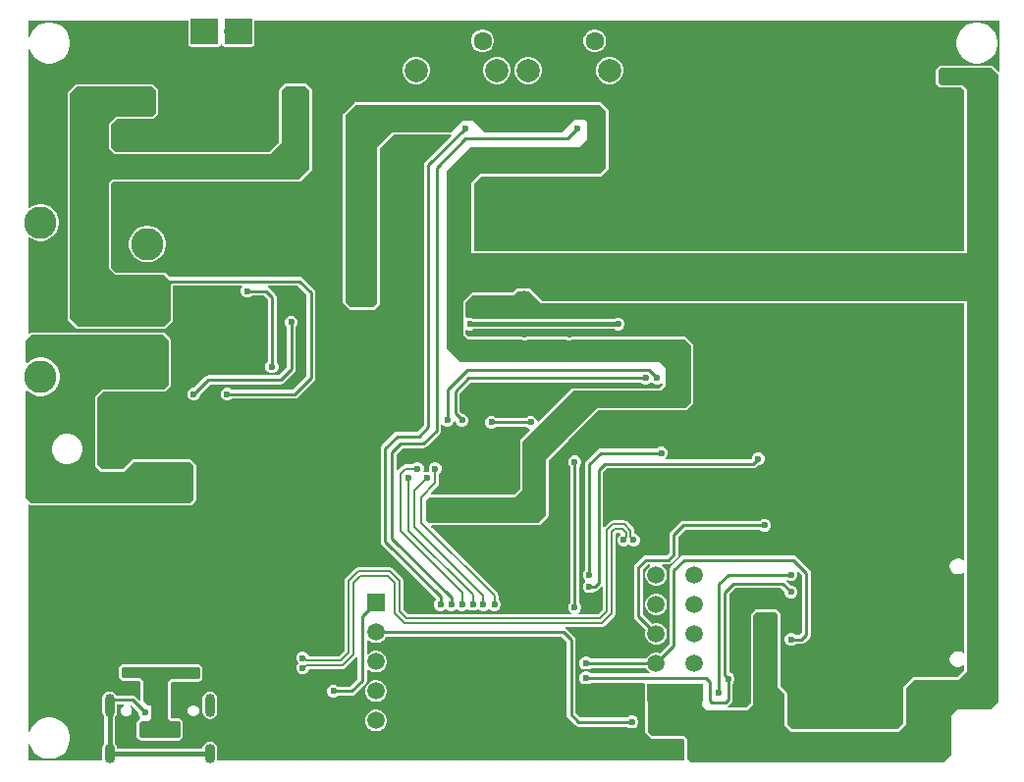
<source format=gbl>
G04*
G04 #@! TF.GenerationSoftware,Altium Limited,Altium Designer,23.6.0 (18)*
G04*
G04 Layer_Physical_Order=2*
G04 Layer_Color=16711680*
%FSLAX25Y25*%
%MOIN*%
G70*
G04*
G04 #@! TF.SameCoordinates,B1711246-A666-457E-9349-3D56B44E1F9A*
G04*
G04*
G04 #@! TF.FilePolarity,Positive*
G04*
G01*
G75*
%ADD11C,0.01000*%
%ADD17C,0.00600*%
%ADD19C,0.00800*%
%ADD136C,0.01500*%
%ADD162C,0.05906*%
%ADD163R,0.05906X0.05906*%
%ADD164O,0.03543X0.06693*%
%ADD165O,0.03543X0.07874*%
%ADD166C,0.07874*%
%ADD167C,0.06299*%
%ADD168R,0.07874X0.07874*%
%ADD169R,0.05906X0.11811*%
%ADD170R,0.11811X0.05906*%
%ADD171C,0.11024*%
%ADD172C,0.02362*%
%ADD173R,0.09275X0.08900*%
%ADD174R,0.10700X0.49600*%
G36*
X332400Y236607D02*
X331938Y236416D01*
X330277Y238077D01*
X330277Y238077D01*
X330012Y238254D01*
X329700Y238316D01*
X329700Y238316D01*
X312500D01*
X312188Y238254D01*
X311923Y238077D01*
X311923Y238077D01*
X311023Y237177D01*
X310846Y236912D01*
X310784Y236600D01*
X310784Y236600D01*
Y232500D01*
X310784Y232500D01*
X310846Y232188D01*
X311023Y231923D01*
X311823Y231123D01*
X312088Y230946D01*
X312400Y230884D01*
X312400Y230884D01*
X316627Y230884D01*
X316627Y230884D01*
X316627Y230884D01*
X316708Y230901D01*
X317492D01*
X317573Y230884D01*
X317573Y230884D01*
X317573Y230884D01*
X319562D01*
X320584Y229862D01*
Y175416D01*
X154016D01*
Y198362D01*
X156338Y200684D01*
X196900D01*
X196900Y200684D01*
X197212Y200746D01*
X197477Y200923D01*
X197477Y200923D01*
X199477Y202923D01*
X199654Y203188D01*
X199716Y203500D01*
X199716Y203500D01*
Y223081D01*
X199716Y223081D01*
X199654Y223393D01*
X199477Y223657D01*
X199477Y223657D01*
X197458Y225677D01*
X197193Y225854D01*
X196881Y225916D01*
X196881Y225916D01*
X113900D01*
X113588Y225854D01*
X113323Y225677D01*
X113323Y225677D01*
X109723Y222077D01*
X109723Y222077D01*
X109546Y221812D01*
X109484Y221500D01*
X109484Y221500D01*
Y158100D01*
X109484Y158100D01*
X109546Y157788D01*
X109723Y157523D01*
X109723Y157523D01*
X111623Y155623D01*
X111888Y155446D01*
X112200Y155384D01*
X112200Y155384D01*
X119900D01*
X119900Y155384D01*
X120212Y155446D01*
X120477Y155623D01*
X120477Y155623D01*
X121777Y156923D01*
X121954Y157188D01*
X122016Y157500D01*
X122016Y157500D01*
Y210162D01*
X126838Y214984D01*
X144559D01*
X144670Y214939D01*
X145537D01*
X145648Y214984D01*
X146098D01*
X146260Y214740D01*
X146319Y214498D01*
X137430Y205609D01*
X137099Y205113D01*
X136982Y204528D01*
Y116153D01*
X134759Y113929D01*
X127959D01*
X127374Y113813D01*
X126877Y113481D01*
X122737Y109341D01*
X122406Y108845D01*
X122289Y108260D01*
Y76670D01*
X122406Y76085D01*
X122737Y75588D01*
X141071Y57255D01*
Y56855D01*
X140751Y56536D01*
X140419Y55734D01*
Y54866D01*
X140751Y54065D01*
X141365Y53451D01*
X142166Y53119D01*
X143034D01*
X143835Y53451D01*
X144123Y53739D01*
X144450Y54063D01*
X144777Y53739D01*
X145064Y53451D01*
X145866Y53119D01*
X146734D01*
X147536Y53451D01*
X147823Y53739D01*
X148150Y54063D01*
X148477Y53739D01*
X148765Y53451D01*
X149566Y53119D01*
X150434D01*
X151235Y53451D01*
X151829Y54045D01*
X152404Y53470D01*
X153205Y53138D01*
X154073D01*
X154875Y53470D01*
X155430Y54025D01*
X156004Y53451D01*
X156805Y53119D01*
X157673D01*
X158475Y53451D01*
X158763Y53739D01*
X159089Y54063D01*
X159416Y53739D01*
X159704Y53451D01*
X160505Y53119D01*
X161373D01*
X162175Y53451D01*
X162788Y54065D01*
X163120Y54866D01*
Y55734D01*
X162788Y56536D01*
X162367Y56957D01*
Y58180D01*
X162367Y58180D01*
X162258Y58727D01*
X161949Y59190D01*
X161949Y59190D01*
X139416Y81722D01*
X139607Y82184D01*
X175900D01*
X175900Y82184D01*
X176212Y82246D01*
X176477Y82423D01*
X176477Y82423D01*
X179077Y85023D01*
X179254Y85288D01*
X179316Y85600D01*
X179316Y85600D01*
Y104362D01*
X185283Y110329D01*
X185336Y110351D01*
X185949Y110965D01*
X185971Y111017D01*
X196238Y121284D01*
X225900D01*
X226212Y121346D01*
X226477Y121523D01*
X226477Y121523D01*
X228177Y123223D01*
X228354Y123488D01*
X228416Y123800D01*
X228416Y123800D01*
Y143200D01*
X228416Y143200D01*
X228354Y143512D01*
X228177Y143777D01*
X228177Y143777D01*
X225977Y145977D01*
X225977Y145977D01*
X225712Y146154D01*
X225400Y146216D01*
X225400Y146216D01*
X187579D01*
X187267Y146154D01*
X186690Y145915D01*
X186147D01*
X185571Y146154D01*
X185259Y146216D01*
X172346D01*
X172034Y146154D01*
X171457Y145915D01*
X170914D01*
X170338Y146154D01*
X170026Y146216D01*
X152238D01*
X151216Y147238D01*
Y148271D01*
X151716Y148606D01*
X152166Y148419D01*
X153034D01*
X153835Y148751D01*
X153900Y148816D01*
X201638D01*
X201703Y148751D01*
X202504Y148419D01*
X203372D01*
X204174Y148751D01*
X204787Y149364D01*
X205119Y150166D01*
Y151034D01*
X204787Y151836D01*
X204174Y152449D01*
X203372Y152781D01*
X202504D01*
X201703Y152449D01*
X201638Y152384D01*
X153900D01*
X153835Y152449D01*
X153034Y152781D01*
X152166D01*
X151716Y152594D01*
X151216Y152929D01*
Y157931D01*
X153669Y160384D01*
X167200D01*
X167200Y160384D01*
X167512Y160446D01*
X167777Y160623D01*
X168938Y161784D01*
X170630D01*
X170884Y161835D01*
X171488D01*
X171741Y161784D01*
X172862D01*
X176923Y157723D01*
X177188Y157546D01*
X177500Y157484D01*
X177500Y157484D01*
X320584D01*
Y70473D01*
X320084Y70266D01*
X319963Y70387D01*
X319345Y70744D01*
X318657Y70928D01*
X317944D01*
X317255Y70744D01*
X316637Y70387D01*
X316133Y69883D01*
X315777Y69266D01*
X315592Y68577D01*
Y67864D01*
X315777Y67175D01*
X316133Y66558D01*
X316637Y66054D01*
X317255Y65697D01*
X317944Y65513D01*
X318657D01*
X319345Y65697D01*
X319963Y66054D01*
X320084Y66175D01*
X320584Y65968D01*
Y38977D01*
X320084Y38770D01*
X319963Y38891D01*
X319345Y39248D01*
X318657Y39432D01*
X317944D01*
X317255Y39248D01*
X316637Y38891D01*
X316133Y38387D01*
X315777Y37770D01*
X315592Y37081D01*
Y36368D01*
X315777Y35679D01*
X316133Y35062D01*
X316637Y34558D01*
X317255Y34201D01*
X317944Y34016D01*
X318657D01*
X319345Y34201D01*
X319963Y34558D01*
X320084Y34679D01*
X320584Y34472D01*
Y32938D01*
X318262Y30616D01*
X303400Y30616D01*
X303400Y30616D01*
X303088Y30554D01*
X302823Y30377D01*
X302823Y30377D01*
X300023Y27577D01*
X299846Y27312D01*
X299784Y27000D01*
X299784Y27000D01*
Y14938D01*
X297762Y12916D01*
X261938D01*
X260316Y14538D01*
Y24900D01*
X260286Y25048D01*
X260260Y25196D01*
X260255Y25203D01*
X260254Y25212D01*
X260170Y25337D01*
X260089Y25464D01*
X258016Y27628D01*
Y51900D01*
X258016Y51900D01*
X257954Y52212D01*
X257777Y52477D01*
X256877Y53377D01*
X256877Y53377D01*
X256612Y53554D01*
X256300Y53616D01*
X256300Y53616D01*
X249900D01*
X249588Y53554D01*
X249323Y53377D01*
X249323Y53377D01*
X248323Y52377D01*
X248146Y52112D01*
X248084Y51800D01*
X248084Y51800D01*
Y21738D01*
X246562Y20216D01*
X240401D01*
X240250Y20716D01*
X240404Y20819D01*
X241453Y21868D01*
X241784Y22364D01*
X241901Y22949D01*
Y28409D01*
X242220Y28729D01*
X242552Y29530D01*
Y30398D01*
X242220Y31199D01*
X241607Y31813D01*
X240805Y32145D01*
X240630D01*
Y58767D01*
X242725Y60863D01*
X258244D01*
X259533Y59574D01*
Y59122D01*
X259865Y58320D01*
X260478Y57707D01*
X261280Y57375D01*
X262148D01*
X262949Y57707D01*
X263563Y58320D01*
X263895Y59122D01*
Y59990D01*
X263563Y60791D01*
X262949Y61405D01*
X262148Y61737D01*
X261696D01*
X260203Y63230D01*
X260478Y63616D01*
X261280Y63283D01*
X262148D01*
X262949Y63616D01*
X263563Y64229D01*
X263895Y65031D01*
Y65898D01*
X263728Y66302D01*
X264152Y66586D01*
X265371Y65367D01*
Y45751D01*
X264566Y44947D01*
X263269D01*
X262949Y45266D01*
X262148Y45598D01*
X261280D01*
X260478Y45266D01*
X259865Y44653D01*
X259533Y43851D01*
Y42983D01*
X259865Y42182D01*
X260478Y41568D01*
X261280Y41236D01*
X262148D01*
X262949Y41568D01*
X263269Y41888D01*
X265200D01*
X265785Y42004D01*
X266281Y42336D01*
X267981Y44036D01*
X268313Y44532D01*
X268429Y45117D01*
Y66000D01*
X268313Y66585D01*
X267981Y67081D01*
X263584Y71479D01*
X263087Y71811D01*
X262502Y71927D01*
X225288D01*
X224703Y71811D01*
X224207Y71479D01*
X220819Y68091D01*
X220487Y67595D01*
X220371Y67010D01*
Y41934D01*
X217177Y38739D01*
X216381Y38953D01*
X215419D01*
X214490Y38704D01*
X213657Y38223D01*
X212977Y37543D01*
X212571Y36840D01*
X193649D01*
X193319Y37170D01*
X192517Y37502D01*
X191650D01*
X190848Y37170D01*
X190234Y36556D01*
X189902Y35754D01*
Y34887D01*
X190234Y34085D01*
X190848Y33471D01*
X191650Y33139D01*
X192517D01*
X193319Y33471D01*
X193628Y33781D01*
X212559D01*
X212977Y33057D01*
X213657Y32377D01*
X213704Y32350D01*
X213570Y31850D01*
X193639D01*
X193319Y32169D01*
X192517Y32502D01*
X191650D01*
X190848Y32169D01*
X190234Y31556D01*
X189902Y30754D01*
Y29887D01*
X190234Y29085D01*
X190848Y28471D01*
X191650Y28139D01*
X192517D01*
X193319Y28471D01*
X193639Y28791D01*
X211768D01*
X211802Y28773D01*
X212139Y28291D01*
X212132Y28253D01*
Y12053D01*
X212194Y11741D01*
X212370Y11476D01*
X212370Y11476D01*
X213823Y10023D01*
X214088Y9846D01*
X214400Y9784D01*
X214400Y9784D01*
X224962D01*
X225484Y9262D01*
Y3000D01*
X225524Y2800D01*
X225325Y2437D01*
X225204Y2300D01*
X67167D01*
X66850Y2686D01*
X66927Y3075D01*
Y6225D01*
X66735Y7189D01*
X66189Y8006D01*
X65372Y8553D01*
X64407Y8745D01*
X63443Y8553D01*
X62625Y8006D01*
X62079Y7189D01*
X61929Y6434D01*
X32830D01*
X32680Y7189D01*
X32136Y8003D01*
Y17163D01*
X32680Y17977D01*
X32872Y18941D01*
Y21321D01*
X34946D01*
X35046Y20821D01*
X34914Y20766D01*
X34374Y20226D01*
X34081Y19520D01*
Y18756D01*
X34374Y18050D01*
X34914Y17510D01*
X35620Y17217D01*
X36384D01*
X37089Y17510D01*
X37630Y18050D01*
X37922Y18756D01*
Y19520D01*
X37630Y20226D01*
X37276Y20579D01*
X37416Y21131D01*
X37535Y21161D01*
X40183Y18513D01*
Y18061D01*
X40515Y17259D01*
X40707Y17067D01*
X40701Y16898D01*
X40583Y16484D01*
X40423Y16377D01*
X40423Y16377D01*
X39723Y15677D01*
X39546Y15412D01*
X39484Y15100D01*
X39484Y15100D01*
Y10600D01*
X39484Y10600D01*
X39546Y10288D01*
X39723Y10023D01*
X39723Y10023D01*
X40423Y9323D01*
X40688Y9146D01*
X41000Y9084D01*
X41000Y9084D01*
X53750D01*
X54062Y9146D01*
X54327Y9323D01*
X54327Y9323D01*
X54877Y9873D01*
X55054Y10138D01*
X55116Y10450D01*
X55116Y10450D01*
Y15250D01*
X55054Y15562D01*
X54877Y15827D01*
X54877Y15827D01*
X54327Y16377D01*
X54062Y16554D01*
X53750Y16616D01*
X53750Y16616D01*
X51438D01*
X51016Y17038D01*
Y28662D01*
X51438Y29084D01*
X60500D01*
X60500Y29084D01*
X60812Y29146D01*
X61077Y29323D01*
X61077Y29323D01*
X61677Y29923D01*
X61854Y30188D01*
X61916Y30500D01*
X61916Y30500D01*
Y33500D01*
X61916Y33500D01*
X61854Y33812D01*
X61677Y34077D01*
X61677Y34077D01*
X61077Y34677D01*
X60812Y34854D01*
X60500Y34916D01*
X60500Y34916D01*
X34800D01*
X34800Y34916D01*
X34488Y34854D01*
X34223Y34677D01*
X34223Y34677D01*
X33723Y34177D01*
X33546Y33912D01*
X33484Y33600D01*
X33484Y33600D01*
Y30900D01*
X33484Y30900D01*
X33546Y30588D01*
X33723Y30323D01*
X34423Y29623D01*
X34688Y29446D01*
X35000Y29384D01*
X35000Y29384D01*
X40262Y29384D01*
X40784Y28862D01*
X40784Y22944D01*
X40284Y22737D01*
X39090Y23931D01*
X38594Y24263D01*
X38009Y24379D01*
X32585D01*
X32134Y25054D01*
X31316Y25600D01*
X30352Y25792D01*
X29388Y25600D01*
X28570Y25054D01*
X28024Y24236D01*
X27832Y23272D01*
Y18941D01*
X28024Y17977D01*
X28568Y17163D01*
Y8003D01*
X28024Y7189D01*
X27832Y6225D01*
Y3075D01*
X27909Y2686D01*
X27592Y2300D01*
X2600D01*
Y7813D01*
X3100Y7863D01*
X3112Y7801D01*
X3640Y6527D01*
X4406Y5381D01*
X5381Y4406D01*
X6527Y3640D01*
X7801Y3112D01*
X9153Y2843D01*
X10532D01*
X11884Y3112D01*
X13158Y3640D01*
X14304Y4406D01*
X15279Y5381D01*
X16045Y6527D01*
X16573Y7801D01*
X16842Y9153D01*
Y10532D01*
X16573Y11884D01*
X16045Y13158D01*
X15279Y14304D01*
X14304Y15279D01*
X13158Y16045D01*
X11884Y16573D01*
X10532Y16842D01*
X9153D01*
X7801Y16573D01*
X6527Y16045D01*
X5381Y15279D01*
X4406Y14304D01*
X3640Y13158D01*
X3112Y11884D01*
X3100Y11822D01*
X2600Y11872D01*
Y89193D01*
X3062Y89385D01*
X3323Y89123D01*
X3323Y89123D01*
X3588Y88946D01*
X3900Y88884D01*
X3900Y88884D01*
X57500D01*
X57500Y88884D01*
X57812Y88946D01*
X58077Y89123D01*
X58077Y89123D01*
X59377Y90423D01*
X59377Y90423D01*
X59554Y90688D01*
X59616Y91000D01*
X59616Y91000D01*
Y102500D01*
X59554Y102812D01*
X59377Y103077D01*
X59377Y103077D01*
X58077Y104377D01*
X57812Y104554D01*
X57500Y104616D01*
X57500Y104616D01*
X38400D01*
X38400Y104616D01*
X38088Y104554D01*
X37823Y104377D01*
X37823Y104377D01*
X34662Y101216D01*
X27638D01*
X26116Y102738D01*
Y125762D01*
X27938Y127584D01*
X48900D01*
X48900Y127584D01*
X49212Y127646D01*
X49477Y127823D01*
X50877Y129223D01*
X51054Y129488D01*
X51116Y129800D01*
X51116Y129800D01*
Y145000D01*
X51116Y145000D01*
X51054Y145312D01*
X50877Y145577D01*
X50877Y145577D01*
X48977Y147477D01*
X48712Y147654D01*
X48400Y147716D01*
X48400Y147716D01*
X3900D01*
X3900Y147716D01*
X3588Y147654D01*
X3323Y147477D01*
X3323Y147477D01*
X3062Y147215D01*
X2600Y147407D01*
Y179839D01*
X3100Y180063D01*
X3948Y179497D01*
X5078Y179028D01*
X6278Y178790D01*
X7502D01*
X8702Y179028D01*
X9832Y179497D01*
X10850Y180176D01*
X11715Y181042D01*
X12395Y182059D01*
X12863Y183190D01*
X13102Y184390D01*
Y185613D01*
X12863Y186813D01*
X12395Y187944D01*
X11715Y188961D01*
X10850Y189827D01*
X9832Y190506D01*
X8702Y190975D01*
X7502Y191213D01*
X6278D01*
X5078Y190975D01*
X3948Y190506D01*
X3100Y189940D01*
X2600Y190164D01*
Y244034D01*
X3100Y244083D01*
X3112Y244021D01*
X3640Y242748D01*
X4406Y241601D01*
X5381Y240626D01*
X6527Y239860D01*
X7801Y239333D01*
X9153Y239064D01*
X10532D01*
X11884Y239333D01*
X13158Y239860D01*
X14304Y240626D01*
X15279Y241601D01*
X16045Y242748D01*
X16573Y244021D01*
X16842Y245374D01*
Y246752D01*
X16573Y248105D01*
X16045Y249378D01*
X15279Y250525D01*
X14304Y251500D01*
X13158Y252266D01*
X11884Y252793D01*
X10532Y253062D01*
X9153D01*
X7801Y252793D01*
X6527Y252266D01*
X5381Y251500D01*
X4406Y250525D01*
X3640Y249378D01*
X3112Y248105D01*
X3100Y248043D01*
X2600Y248092D01*
Y253600D01*
X57109D01*
Y245600D01*
X57171Y245288D01*
X57348Y245023D01*
X57612Y244846D01*
X57924Y244784D01*
X67199D01*
X67511Y244846D01*
X67776Y245023D01*
X67953Y245288D01*
X68015Y245600D01*
X68510D01*
X68572Y245288D01*
X68748Y245023D01*
X69013Y244846D01*
X69325Y244784D01*
X78600D01*
X78912Y244846D01*
X79177Y245023D01*
X79354Y245288D01*
X79416Y245600D01*
Y253600D01*
X332400D01*
Y236607D01*
D02*
G37*
G36*
X332100Y235100D02*
Y174600D01*
Y158300D01*
Y22400D01*
X329400Y19700D01*
X318100Y19700D01*
X316100Y17700D01*
Y4200D01*
X313400Y1500D01*
X227800Y1500D01*
X226300Y3000D01*
Y9600D01*
X225300Y10600D01*
X214400D01*
X212947Y12053D01*
Y28253D01*
X231553D01*
Y21047D01*
X233200Y19400D01*
X246900D01*
X248900Y21400D01*
Y51800D01*
X249900Y52800D01*
X256300D01*
X257200Y51900D01*
Y27300D01*
X259500Y24900D01*
Y14200D01*
X261600Y12100D01*
X298100D01*
X300600Y14600D01*
Y27000D01*
X303400Y29800D01*
X318600Y29800D01*
X321400Y32600D01*
Y158300D01*
X177500D01*
X173200Y162600D01*
X171741D01*
X171620Y162650D01*
X170752D01*
X170630Y162600D01*
X168600D01*
X167200Y161200D01*
X153331D01*
X150400Y158269D01*
Y146900D01*
X151900Y145400D01*
X170026D01*
X170752Y145099D01*
X171620D01*
X172346Y145400D01*
X185259D01*
X185985Y145099D01*
X186853D01*
X187579Y145400D01*
X225400D01*
X227600Y143200D01*
Y123800D01*
X225900Y122100D01*
X195900D01*
X178500Y104700D01*
Y85600D01*
X175900Y83000D01*
X138600D01*
X137699Y83901D01*
X137699Y88699D01*
Y90538D01*
X138961Y91800D01*
X168100D01*
X170500Y94200D01*
Y110800D01*
X187600Y127900D01*
X217400D01*
X219000Y129500D01*
Y135700D01*
X217014Y137686D01*
X149114Y137687D01*
X144600Y142200D01*
Y202191D01*
X152909Y210500D01*
X189700D01*
X192500Y213300D01*
Y219100D01*
X191600Y220000D01*
X188000Y220000D01*
X183800Y215800D01*
X157600Y215800D01*
X153691Y219709D01*
X150109D01*
X146200Y215800D01*
X126500D01*
X121200Y210500D01*
Y157500D01*
X119900Y156200D01*
X112200D01*
X110300Y158100D01*
Y221500D01*
X113900Y225100D01*
X196881D01*
X198900Y223081D01*
Y203500D01*
X196900Y201500D01*
X156000D01*
X153200Y198700D01*
Y174600D01*
X321400D01*
Y230200D01*
X319900Y231700D01*
X317573D01*
X317534Y231716D01*
X316666D01*
X316627Y231700D01*
X312400Y231700D01*
X311600Y232500D01*
Y236600D01*
X312500Y237500D01*
X329700D01*
X332100Y235100D01*
D02*
G37*
G36*
X214590Y130698D02*
X214965Y130323D01*
X215766Y129991D01*
X216634D01*
X217436Y130323D01*
X217684Y130572D01*
X218184Y130365D01*
Y129838D01*
X217062Y128716D01*
X187600D01*
X187288Y128654D01*
X187023Y128477D01*
X187023Y128477D01*
X175997Y117451D01*
X175506Y117667D01*
X175203Y118398D01*
X174590Y119011D01*
X173788Y119343D01*
X172920D01*
X172119Y119011D01*
X171799Y118692D01*
X161543D01*
X161223Y119011D01*
X160421Y119343D01*
X159554D01*
X158752Y119011D01*
X158138Y118398D01*
X157806Y117596D01*
Y116728D01*
X158138Y115927D01*
X158752Y115313D01*
X159554Y114981D01*
X160421D01*
X161223Y115313D01*
X161543Y115633D01*
X171799D01*
X172119Y115313D01*
X172850Y115010D01*
X173066Y114519D01*
X169923Y111377D01*
X169746Y111112D01*
X169684Y110800D01*
X169684Y110800D01*
Y94538D01*
X167762Y92616D01*
X139618D01*
X139411Y93116D01*
X141831Y95535D01*
X141831Y95535D01*
X142140Y95998D01*
X142249Y96544D01*
X142249Y96545D01*
Y99745D01*
X142670Y100166D01*
X143002Y100968D01*
Y101836D01*
X142670Y102637D01*
X142057Y103251D01*
X141255Y103583D01*
X140387D01*
X139586Y103251D01*
X138972Y102637D01*
X138640Y101836D01*
Y100968D01*
X138709Y100803D01*
X138623Y100642D01*
X138351Y100359D01*
X137604D01*
X137212Y100197D01*
X136830Y100580D01*
X136990Y100968D01*
Y101836D01*
X136658Y102637D01*
X136045Y103251D01*
X135243Y103583D01*
X134375D01*
X133574Y103251D01*
X133152Y102829D01*
X130802D01*
X130256Y102721D01*
X129792Y102411D01*
X129792Y102411D01*
X128229Y100848D01*
X127729Y101055D01*
Y106285D01*
X129884Y108440D01*
X136866D01*
X137452Y108557D01*
X137948Y108888D01*
X142381Y113322D01*
X142713Y113818D01*
X142829Y114403D01*
Y116184D01*
X143329Y116391D01*
X143725Y115996D01*
X144527Y115664D01*
X145395D01*
X146196Y115996D01*
X146810Y116609D01*
X147119Y117356D01*
X147213Y117439D01*
X147642Y117608D01*
X147780Y117517D01*
Y117411D01*
X148112Y116609D01*
X148725Y115996D01*
X149527Y115664D01*
X150395D01*
X151196Y115996D01*
X151810Y116609D01*
X152142Y117411D01*
Y118278D01*
X151810Y119080D01*
X151196Y119694D01*
X150395Y120026D01*
X149943D01*
X149129Y120839D01*
Y127018D01*
X152755Y130643D01*
X210771D01*
X211091Y130323D01*
X211893Y129991D01*
X212760D01*
X213562Y130323D01*
X213936Y130698D01*
X214263Y130886D01*
X214590Y130698D01*
D02*
G37*
G36*
X50300Y145000D02*
Y129800D01*
X48900Y128400D01*
X27600D01*
X25300Y126100D01*
Y102400D01*
X27300Y100400D01*
X35000D01*
X38400Y103800D01*
X57500D01*
X58800Y102500D01*
Y91000D01*
X57500Y89700D01*
X3900D01*
X1900Y91700D01*
Y127767D01*
X2362Y127958D01*
X2739Y127581D01*
X3805Y126869D01*
X4990Y126378D01*
X6248Y126128D01*
X7531D01*
X8789Y126378D01*
X9974Y126869D01*
X11041Y127581D01*
X11948Y128488D01*
X12661Y129555D01*
X13151Y130740D01*
X13402Y131998D01*
Y133281D01*
X13151Y134539D01*
X12661Y135724D01*
X11948Y136790D01*
X11041Y137697D01*
X9974Y138410D01*
X8789Y138901D01*
X7531Y139151D01*
X6248D01*
X4990Y138901D01*
X3805Y138410D01*
X2739Y137697D01*
X2362Y137320D01*
X1900Y137512D01*
Y144900D01*
X3900Y146900D01*
X48400D01*
X50300Y145000D01*
D02*
G37*
G36*
X61100Y33500D02*
Y30500D01*
X60500Y29900D01*
X51100D01*
X50200Y29000D01*
Y16700D01*
X51100Y15800D01*
X53750D01*
X54300Y15250D01*
Y10450D01*
X53750Y9900D01*
X41000D01*
X40300Y10600D01*
Y15100D01*
X41000Y15800D01*
X43700D01*
X44546Y16646D01*
Y21106D01*
X43164Y21106D01*
X41600Y22670D01*
X41600Y29200D01*
X40600Y30200D01*
X35000Y30200D01*
X34300Y30900D01*
Y33600D01*
X34800Y34100D01*
X60500D01*
X61100Y33500D01*
D02*
G37*
%LPC*%
G36*
X157469Y250638D02*
X156455D01*
X155476Y250376D01*
X154598Y249869D01*
X153881Y249152D01*
X153375Y248274D01*
X153112Y247295D01*
Y246282D01*
X153375Y245302D01*
X153881Y244425D01*
X154598Y243708D01*
X155476Y243201D01*
X156455Y242939D01*
X157469D01*
X158448Y243201D01*
X159326Y243708D01*
X160042Y244425D01*
X160549Y245302D01*
X160811Y246282D01*
Y247295D01*
X160549Y248274D01*
X160042Y249152D01*
X159326Y249869D01*
X158448Y250376D01*
X157469Y250638D01*
D02*
G37*
G36*
X195577Y250618D02*
X194563D01*
X193584Y250356D01*
X192706Y249849D01*
X191989Y249132D01*
X191483Y248254D01*
X191220Y247275D01*
Y246262D01*
X191483Y245283D01*
X191989Y244405D01*
X192706Y243688D01*
X193584Y243181D01*
X194563Y242919D01*
X195577D01*
X196556Y243181D01*
X197433Y243688D01*
X198150Y244405D01*
X198657Y245283D01*
X198919Y246262D01*
Y247275D01*
X198657Y248254D01*
X198150Y249132D01*
X197433Y249849D01*
X196556Y250356D01*
X195577Y250618D01*
D02*
G37*
G36*
X325493Y253062D02*
X324114D01*
X322762Y252793D01*
X321488Y252266D01*
X320341Y251500D01*
X319367Y250525D01*
X318601Y249378D01*
X318073Y248105D01*
X317804Y246752D01*
Y245374D01*
X318073Y244021D01*
X318601Y242748D01*
X319367Y241601D01*
X320341Y240626D01*
X321488Y239860D01*
X322762Y239333D01*
X324114Y239064D01*
X325493D01*
X326845Y239333D01*
X328119Y239860D01*
X329265Y240626D01*
X330240Y241601D01*
X331006Y242748D01*
X331533Y244021D01*
X331802Y245374D01*
Y246752D01*
X331533Y248105D01*
X331006Y249378D01*
X330240Y250525D01*
X329265Y251500D01*
X328119Y252266D01*
X326845Y252793D01*
X325493Y253062D01*
D02*
G37*
G36*
X162494Y241386D02*
X161273D01*
X160093Y241070D01*
X159036Y240459D01*
X158173Y239596D01*
X157562Y238539D01*
X157246Y237359D01*
Y236139D01*
X157562Y234959D01*
X158173Y233902D01*
X159036Y233038D01*
X160093Y232428D01*
X161273Y232112D01*
X162494D01*
X163673Y232428D01*
X164730Y233038D01*
X165594Y233902D01*
X166204Y234959D01*
X166520Y236139D01*
Y237359D01*
X166204Y238539D01*
X165594Y239596D01*
X164730Y240459D01*
X163673Y241070D01*
X162494Y241386D01*
D02*
G37*
G36*
X134934D02*
X133714D01*
X132534Y241070D01*
X131477Y240459D01*
X130614Y239596D01*
X130003Y238539D01*
X129687Y237359D01*
Y236139D01*
X130003Y234959D01*
X130614Y233902D01*
X131477Y233038D01*
X132534Y232428D01*
X133714Y232112D01*
X134934D01*
X136114Y232428D01*
X137171Y233038D01*
X138035Y233902D01*
X138645Y234959D01*
X138961Y236139D01*
Y237359D01*
X138645Y238539D01*
X138035Y239596D01*
X137171Y240459D01*
X136114Y241070D01*
X134934Y241386D01*
D02*
G37*
G36*
X200602Y241366D02*
X199381D01*
X198201Y241050D01*
X197144Y240440D01*
X196281Y239576D01*
X195670Y238519D01*
X195354Y237340D01*
Y236119D01*
X195670Y234939D01*
X196281Y233882D01*
X197144Y233019D01*
X198201Y232408D01*
X199381Y232092D01*
X200602D01*
X201781Y232408D01*
X202838Y233019D01*
X203702Y233882D01*
X204312Y234939D01*
X204628Y236119D01*
Y237340D01*
X204312Y238519D01*
X203702Y239576D01*
X202838Y240440D01*
X201781Y241050D01*
X200602Y241366D01*
D02*
G37*
G36*
X173043D02*
X171822D01*
X170642Y241050D01*
X169585Y240440D01*
X168721Y239576D01*
X168111Y238519D01*
X167795Y237340D01*
Y236119D01*
X168111Y234939D01*
X168721Y233882D01*
X169585Y233019D01*
X170642Y232408D01*
X171822Y232092D01*
X173043D01*
X174222Y232408D01*
X175279Y233019D01*
X176143Y233882D01*
X176753Y234939D01*
X177069Y236119D01*
Y237340D01*
X176753Y238519D01*
X176143Y239576D01*
X175279Y240440D01*
X174222Y241050D01*
X173043Y241366D01*
D02*
G37*
G36*
X96800Y232216D02*
X96800Y232216D01*
X90100D01*
X89788Y232154D01*
X89523Y231977D01*
X89523Y231977D01*
X88123Y230577D01*
X87946Y230312D01*
X87884Y230000D01*
X87884Y230000D01*
Y212438D01*
X84462Y209016D01*
X32338D01*
X30916Y210438D01*
Y218262D01*
X32938Y220284D01*
X44900D01*
X45212Y220346D01*
X45477Y220523D01*
X45477Y220523D01*
X46577Y221623D01*
X46577Y221623D01*
X46754Y221888D01*
X46816Y222200D01*
X46816Y222200D01*
Y230100D01*
X46754Y230412D01*
X46577Y230677D01*
X46577Y230677D01*
X45477Y231777D01*
X45212Y231954D01*
X44900Y232016D01*
X44900Y232016D01*
X19200D01*
X18888Y231954D01*
X18623Y231777D01*
X18623Y231777D01*
X16223Y229377D01*
X16046Y229112D01*
X15984Y228800D01*
X15984Y228800D01*
Y152600D01*
X15984Y152600D01*
X16046Y152288D01*
X16223Y152023D01*
X19123Y149123D01*
X19388Y148946D01*
X19700Y148884D01*
X19700Y148884D01*
X48622D01*
X48622Y148884D01*
X48934Y148946D01*
X49199Y149123D01*
X51631Y151556D01*
X51808Y151821D01*
X51870Y152133D01*
X51870Y152133D01*
Y163558D01*
X75120D01*
X75311Y163096D01*
X75251Y163036D01*
X74919Y162234D01*
Y161366D01*
X75251Y160564D01*
X75864Y159951D01*
X76666Y159619D01*
X77534D01*
X78335Y159951D01*
X78655Y160271D01*
X82637D01*
X83971Y158937D01*
Y137619D01*
X83587Y137235D01*
X83255Y136434D01*
Y135566D01*
X83587Y134765D01*
X84201Y134151D01*
X85003Y133819D01*
X85870D01*
X86672Y134151D01*
X87286Y134765D01*
X87617Y135566D01*
Y136434D01*
X87286Y137235D01*
X87029Y137492D01*
Y159571D01*
X86913Y160156D01*
X86581Y160652D01*
X84352Y162881D01*
X84089Y163058D01*
X84240Y163558D01*
X94212D01*
X97071Y160699D01*
Y132834D01*
X92466Y128229D01*
X71795D01*
X71476Y128549D01*
X70674Y128881D01*
X69806D01*
X69005Y128549D01*
X68391Y127936D01*
X68059Y127134D01*
Y126266D01*
X68391Y125464D01*
X69005Y124851D01*
X69806Y124519D01*
X70674D01*
X71476Y124851D01*
X71795Y125171D01*
X93100D01*
X93685Y125287D01*
X94181Y125619D01*
X99681Y131119D01*
X100013Y131615D01*
X100129Y132200D01*
Y161332D01*
X100013Y161917D01*
X99681Y162414D01*
X95926Y166168D01*
X95430Y166500D01*
X94845Y166616D01*
X51055D01*
X50741Y166554D01*
X49419Y167877D01*
X49154Y168054D01*
X48842Y168116D01*
X48842Y168116D01*
X32538D01*
X30916Y169738D01*
Y198162D01*
X31738Y198984D01*
X94800D01*
X94800Y198984D01*
X95112Y199046D01*
X95377Y199223D01*
X95377Y199223D01*
X98777Y202623D01*
X98777Y202623D01*
X98954Y202888D01*
X99016Y203200D01*
X99016Y203200D01*
Y230000D01*
X99016Y230000D01*
X98954Y230312D01*
X98777Y230577D01*
X98777Y230577D01*
X97377Y231977D01*
X97377Y231977D01*
X97112Y232154D01*
X96800Y232216D01*
D02*
G37*
G36*
X43722Y183930D02*
X42498D01*
X41298Y183691D01*
X40168Y183223D01*
X39151Y182543D01*
X38285Y181678D01*
X37606Y180660D01*
X37137Y179530D01*
X36898Y178330D01*
Y177106D01*
X37137Y175906D01*
X37606Y174776D01*
X38285Y173758D01*
X39151Y172893D01*
X40168Y172213D01*
X41298Y171745D01*
X42498Y171506D01*
X43722D01*
X44922Y171745D01*
X46053Y172213D01*
X47070Y172893D01*
X47935Y173758D01*
X48615Y174776D01*
X49083Y175906D01*
X49322Y177106D01*
Y178330D01*
X49083Y179530D01*
X48615Y180660D01*
X47935Y181678D01*
X47070Y182543D01*
X46053Y183223D01*
X44922Y183691D01*
X43722Y183930D01*
D02*
G37*
G36*
X92410Y153339D02*
X91543D01*
X90741Y153007D01*
X90127Y152394D01*
X89796Y151592D01*
Y150724D01*
X90127Y149923D01*
X90447Y149603D01*
Y135872D01*
X87766Y133191D01*
X63861D01*
X63276Y133074D01*
X62780Y132743D01*
X58918Y128881D01*
X58466D01*
X57665Y128549D01*
X57051Y127936D01*
X56719Y127134D01*
Y126266D01*
X57051Y125464D01*
X57665Y124851D01*
X58466Y124519D01*
X59334D01*
X60136Y124851D01*
X60749Y125464D01*
X61081Y126266D01*
Y126718D01*
X64495Y130132D01*
X88400D01*
X88985Y130248D01*
X89481Y130580D01*
X93058Y134157D01*
X93390Y134653D01*
X93506Y135238D01*
Y149603D01*
X93826Y149923D01*
X94158Y150724D01*
Y151592D01*
X93826Y152394D01*
X93212Y153007D01*
X92410Y153339D01*
D02*
G37*
G36*
X253134Y84381D02*
X252266D01*
X251465Y84049D01*
X251145Y83729D01*
X225076D01*
X224491Y83613D01*
X223995Y83281D01*
X220819Y80105D01*
X220487Y79609D01*
X220371Y79024D01*
Y72981D01*
X219317Y71927D01*
X212386D01*
X211801Y71811D01*
X211305Y71479D01*
X208819Y68993D01*
X208487Y68497D01*
X208371Y67911D01*
Y51300D01*
X208487Y50715D01*
X208819Y50219D01*
X212460Y46577D01*
X212247Y45781D01*
Y44819D01*
X212496Y43890D01*
X212977Y43057D01*
X213657Y42377D01*
X214490Y41896D01*
X215419Y41647D01*
X216381D01*
X217310Y41896D01*
X218143Y42377D01*
X218823Y43057D01*
X219304Y43890D01*
X219553Y44819D01*
Y45781D01*
X219304Y46710D01*
X218823Y47543D01*
X218143Y48223D01*
X217310Y48704D01*
X216381Y48953D01*
X215419D01*
X214623Y48739D01*
X211429Y51933D01*
Y67278D01*
X213020Y68868D01*
X213775D01*
X213909Y68369D01*
X213657Y68223D01*
X212977Y67543D01*
X212496Y66710D01*
X212247Y65781D01*
Y64819D01*
X212496Y63890D01*
X212977Y63057D01*
X213657Y62377D01*
X214490Y61896D01*
X215419Y61647D01*
X216381D01*
X217310Y61896D01*
X218143Y62377D01*
X218823Y63057D01*
X219304Y63890D01*
X219553Y64819D01*
Y65781D01*
X219304Y66710D01*
X218823Y67543D01*
X218143Y68223D01*
X217891Y68369D01*
X218025Y68868D01*
X219951D01*
X220536Y68985D01*
X221032Y69316D01*
X222981Y71266D01*
X223313Y71762D01*
X223429Y72347D01*
Y78391D01*
X225710Y80671D01*
X251145D01*
X251465Y80351D01*
X252266Y80019D01*
X253134D01*
X253936Y80351D01*
X254549Y80964D01*
X254881Y81766D01*
Y82634D01*
X254549Y83435D01*
X253936Y84049D01*
X253134Y84381D01*
D02*
G37*
G36*
X218109Y108906D02*
X217241D01*
X216440Y108574D01*
X216120Y108254D01*
X197107D01*
X196521Y108138D01*
X196025Y107806D01*
X192108Y103889D01*
X191776Y103392D01*
X191660Y102807D01*
Y66876D01*
X191340Y66556D01*
X191008Y65754D01*
Y64887D01*
X191340Y64085D01*
X191784Y63641D01*
X191899Y63320D01*
X191784Y63000D01*
X191340Y62556D01*
X191008Y61754D01*
Y60887D01*
X191340Y60085D01*
X191954Y59471D01*
X192755Y59139D01*
X193623D01*
X194424Y59471D01*
X194744Y59791D01*
X195100D01*
X195685Y59908D01*
X196181Y60239D01*
X197300Y61357D01*
X197619Y61284D01*
X197800Y61165D01*
Y53542D01*
X196183Y51925D01*
X189413D01*
X189314Y52425D01*
X189425Y52471D01*
X190038Y53085D01*
X190370Y53887D01*
Y54754D01*
X190038Y55556D01*
X189718Y55876D01*
Y102127D01*
X190049Y102458D01*
X190381Y103259D01*
Y104127D01*
X190049Y104929D01*
X189436Y105542D01*
X188634Y105874D01*
X187766D01*
X186964Y105542D01*
X186351Y104929D01*
X186019Y104127D01*
Y103259D01*
X186351Y102458D01*
X186660Y102149D01*
Y55876D01*
X186340Y55556D01*
X186008Y54754D01*
Y53887D01*
X186340Y53085D01*
X186954Y52471D01*
X187065Y52425D01*
X186965Y51925D01*
X131765D01*
X130023Y53668D01*
Y63300D01*
X129922Y63807D01*
X129634Y64237D01*
X126366Y67506D01*
X125936Y67793D01*
X125429Y67894D01*
X114669D01*
X114161Y67793D01*
X113731Y67506D01*
X110463Y64237D01*
X110175Y63807D01*
X110074Y63300D01*
Y39549D01*
X108070Y37544D01*
X97977D01*
X97649Y38335D01*
X97035Y38949D01*
X96234Y39281D01*
X95366D01*
X94564Y38949D01*
X93951Y38335D01*
X93619Y37534D01*
Y36666D01*
X93951Y35864D01*
X94397Y35419D01*
X93951Y34973D01*
X93619Y34172D01*
Y33304D01*
X93951Y32502D01*
X94564Y31889D01*
X95366Y31557D01*
X96234D01*
X97035Y31889D01*
X97649Y32502D01*
X97977Y33293D01*
X109282D01*
X109789Y33394D01*
X110219Y33682D01*
X113937Y37400D01*
X114071Y37600D01*
X114571Y37448D01*
Y30006D01*
X111915Y27350D01*
X107916D01*
X107596Y27670D01*
X106795Y28002D01*
X105927D01*
X105125Y27670D01*
X104512Y27056D01*
X104180Y26254D01*
Y25387D01*
X104512Y24585D01*
X105125Y23971D01*
X105927Y23639D01*
X106795D01*
X107596Y23971D01*
X107916Y24291D01*
X112548D01*
X113133Y24408D01*
X113630Y24739D01*
X117181Y28291D01*
X117513Y28787D01*
X117629Y29372D01*
Y33018D01*
X118129Y33225D01*
X118457Y32897D01*
X119290Y32417D01*
X120219Y32168D01*
X121181D01*
X122110Y32417D01*
X122943Y32897D01*
X123623Y33578D01*
X124104Y34411D01*
X124353Y35340D01*
Y36301D01*
X124104Y37230D01*
X123623Y38063D01*
X122943Y38743D01*
X122110Y39224D01*
X121181Y39473D01*
X120219D01*
X119290Y39224D01*
X118457Y38743D01*
X118129Y38416D01*
X117629Y38623D01*
Y43018D01*
X118129Y43225D01*
X118457Y42897D01*
X119290Y42417D01*
X120219Y42168D01*
X121181D01*
X122110Y42417D01*
X122943Y42897D01*
X123623Y43578D01*
X124035Y44291D01*
X183836D01*
X185473Y42654D01*
Y17917D01*
X185590Y17331D01*
X185921Y16835D01*
X188517Y14239D01*
X189014Y13907D01*
X189599Y13791D01*
X206145D01*
X206465Y13471D01*
X207266Y13139D01*
X208134D01*
X208935Y13471D01*
X209549Y14085D01*
X209881Y14887D01*
Y15754D01*
X209549Y16556D01*
X208935Y17169D01*
X208134Y17502D01*
X207266D01*
X206465Y17169D01*
X206145Y16850D01*
X190232D01*
X188532Y18550D01*
Y43287D01*
X188416Y43872D01*
X188084Y44369D01*
X185551Y46902D01*
X185143Y47175D01*
X185195Y47595D01*
X185226Y47675D01*
X197395D01*
X197902Y47775D01*
X198332Y48063D01*
X201662Y51393D01*
X201950Y51823D01*
X202051Y52330D01*
Y79274D01*
X202425Y79649D01*
X203347D01*
X203444Y79530D01*
X203647Y79079D01*
X203033Y78466D01*
X202701Y77664D01*
Y76797D01*
X203033Y75995D01*
X203647Y75381D01*
X204449Y75049D01*
X205316D01*
X206118Y75381D01*
X206564Y75827D01*
X207009Y75381D01*
X207811Y75049D01*
X208679D01*
X209480Y75381D01*
X210094Y75995D01*
X210426Y76797D01*
Y77664D01*
X210094Y78466D01*
X209480Y79079D01*
X208679Y79411D01*
X208525D01*
Y80400D01*
X208425Y80907D01*
X208137Y81337D01*
X205963Y83512D01*
X205533Y83799D01*
X205026Y83900D01*
X201214D01*
X200706Y83799D01*
X200276Y83512D01*
X198329Y81565D01*
X197829Y81765D01*
Y100402D01*
X198962Y101534D01*
X248808D01*
X249393Y101651D01*
X249889Y101982D01*
X250482Y102575D01*
X250934D01*
X251735Y102907D01*
X252349Y103521D01*
X252681Y104323D01*
Y105190D01*
X252349Y105992D01*
X251735Y106605D01*
X250934Y106937D01*
X250066D01*
X249265Y106605D01*
X248651Y105992D01*
X248319Y105190D01*
Y104738D01*
X248174Y104593D01*
X219335D01*
X219128Y105093D01*
X219524Y105489D01*
X219856Y106291D01*
Y107159D01*
X219524Y107960D01*
X218911Y108574D01*
X218109Y108906D01*
D02*
G37*
G36*
X216381Y58953D02*
X215419D01*
X214490Y58704D01*
X213657Y58223D01*
X212977Y57543D01*
X212496Y56710D01*
X212247Y55781D01*
Y54819D01*
X212496Y53890D01*
X212977Y53057D01*
X213657Y52377D01*
X214490Y51896D01*
X215419Y51647D01*
X216381D01*
X217310Y51896D01*
X218143Y52377D01*
X218823Y53057D01*
X219304Y53890D01*
X219553Y54819D01*
Y55781D01*
X219304Y56710D01*
X218823Y57543D01*
X218143Y58223D01*
X217310Y58704D01*
X216381Y58953D01*
D02*
G37*
G36*
X121181Y29473D02*
X120219D01*
X119290Y29224D01*
X118457Y28743D01*
X117777Y28063D01*
X117296Y27230D01*
X117047Y26301D01*
Y25340D01*
X117296Y24411D01*
X117777Y23578D01*
X118457Y22897D01*
X119290Y22417D01*
X120219Y22168D01*
X121181D01*
X122110Y22417D01*
X122943Y22897D01*
X123623Y23578D01*
X124104Y24411D01*
X124353Y25340D01*
Y26301D01*
X124104Y27230D01*
X123623Y28063D01*
X122943Y28743D01*
X122110Y29224D01*
X121181Y29473D01*
D02*
G37*
G36*
X59140Y21058D02*
X58376D01*
X57670Y20766D01*
X57129Y20226D01*
X56837Y19520D01*
Y18756D01*
X57129Y18050D01*
X57670Y17510D01*
X58376Y17217D01*
X59140D01*
X59845Y17510D01*
X60386Y18050D01*
X60678Y18756D01*
Y19520D01*
X60386Y20226D01*
X59845Y20766D01*
X59140Y21058D01*
D02*
G37*
G36*
X64407Y25792D02*
X63443Y25600D01*
X62625Y25054D01*
X62079Y24236D01*
X61887Y23272D01*
Y18941D01*
X62079Y17977D01*
X62625Y17159D01*
X63443Y16613D01*
X64407Y16421D01*
X65372Y16613D01*
X66189Y17159D01*
X66735Y17977D01*
X66927Y18941D01*
Y23272D01*
X66735Y24236D01*
X66189Y25054D01*
X65372Y25600D01*
X64407Y25792D01*
D02*
G37*
G36*
X121181Y19473D02*
X120219D01*
X119290Y19224D01*
X118457Y18743D01*
X117777Y18063D01*
X117296Y17230D01*
X117047Y16301D01*
Y15340D01*
X117296Y14411D01*
X117777Y13578D01*
X118457Y12898D01*
X119290Y12417D01*
X120219Y12168D01*
X121181D01*
X122110Y12417D01*
X122943Y12898D01*
X123623Y13578D01*
X124104Y14411D01*
X124353Y15340D01*
Y16301D01*
X124104Y17230D01*
X123623Y18063D01*
X122943Y18743D01*
X122110Y19224D01*
X121181Y19473D01*
D02*
G37*
%LPD*%
G36*
X98200Y230000D02*
Y203200D01*
X94800Y199800D01*
X31400D01*
X30100Y198500D01*
Y169400D01*
X32300Y167200D01*
X32400Y167300D01*
X48842D01*
X51055Y165087D01*
Y152133D01*
X48622Y149700D01*
X19700D01*
X16800Y152600D01*
Y228800D01*
X19200Y231200D01*
X44900D01*
X46000Y230100D01*
Y222200D01*
X44900Y221100D01*
X32600D01*
X30100Y218600D01*
Y210100D01*
X32000Y208200D01*
X84800D01*
X88700Y212100D01*
Y230000D01*
X90100Y231400D01*
X96800D01*
X98200Y230000D01*
D02*
G37*
%LPC*%
G36*
X16576Y113254D02*
X15224D01*
X13918Y112905D01*
X12748Y112229D01*
X11792Y111273D01*
X11116Y110102D01*
X10766Y108796D01*
Y107445D01*
X11116Y106139D01*
X11792Y104968D01*
X12748Y104012D01*
X13918Y103337D01*
X15224Y102987D01*
X16576D01*
X17882Y103337D01*
X19052Y104012D01*
X20008Y104968D01*
X20684Y106139D01*
X21034Y107445D01*
Y108796D01*
X20684Y110102D01*
X20008Y111273D01*
X19052Y112229D01*
X17882Y112905D01*
X16576Y113254D01*
D02*
G37*
%LPD*%
D11*
X240371Y22949D02*
Y29964D01*
X234900Y21900D02*
X239322D01*
X240371Y22949D01*
X192084Y30321D02*
X232647D01*
X234000Y22800D02*
Y28967D01*
X232647Y30321D02*
X234000Y28967D01*
Y22800D02*
X234900Y21900D01*
X188189Y54321D02*
Y103693D01*
X195100Y61321D02*
X196300Y62520D01*
X193189Y61321D02*
X195100D01*
X196300Y62520D02*
Y101036D01*
X215890Y35310D02*
X215900Y35300D01*
X192094Y35310D02*
X215890D01*
X192084Y35320D02*
X192094Y35310D01*
X187003Y17917D02*
Y43287D01*
X189599Y15321D02*
X207700D01*
X187003Y17917D02*
X189599Y15321D01*
X184469Y45821D02*
X187003Y43287D01*
X120700Y45821D02*
X184469D01*
X239101Y31235D02*
X240371Y29964D01*
X239101Y31235D02*
Y59401D01*
X242092Y62392D01*
X258878D01*
X237092Y62284D02*
X240272Y65465D01*
X237092Y25321D02*
Y62284D01*
X240272Y65465D02*
X261714D01*
X225076Y82200D02*
X252700D01*
X221900Y79024D02*
X225076Y82200D01*
X209900Y51300D02*
Y67911D01*
X212386Y70398D02*
X219951D01*
X209900Y67911D02*
X212386Y70398D01*
X221900Y72347D02*
Y79024D01*
X219951Y70398D02*
X221900Y72347D01*
X209900Y51300D02*
X215900Y45300D01*
X221900Y41300D02*
Y67010D01*
X225288Y70398D02*
X262502D01*
X221900Y67010D02*
X225288Y70398D01*
X262502D02*
X266900Y66000D01*
X215900Y35300D02*
X221900Y41300D01*
X261714Y43417D02*
X265200D01*
X266900Y45117D02*
Y66000D01*
X265200Y43417D02*
X266900Y45117D01*
X248808Y103064D02*
X250500Y104756D01*
X198328Y103064D02*
X248808D01*
X193189Y102807D02*
X197107Y106725D01*
X217675D01*
X196300Y101036D02*
X198328Y103064D01*
X193189Y65320D02*
Y102807D01*
X258878Y62392D02*
X261714Y59556D01*
X106361Y25820D02*
X112548D01*
X116100Y29372D01*
Y51220D01*
X120700Y55821D01*
X146300Y55300D02*
Y57604D01*
X126200Y77705D02*
X146300Y57604D01*
X126200Y77705D02*
Y106919D01*
X123819Y76670D02*
Y108260D01*
X142600Y55300D02*
Y57889D01*
X123819Y76670D02*
X142600Y57889D01*
X159987Y117162D02*
X173354D01*
X129251Y109970D02*
X136866D01*
X141300Y114403D01*
X126200Y106919D02*
X129251Y109970D01*
X127959Y112400D02*
X135393D01*
X123819Y108260D02*
X127959Y112400D01*
X138512Y115519D02*
Y204528D01*
X135393Y112400D02*
X138512Y115519D01*
X141300Y114403D02*
Y203700D01*
X138512Y204528D02*
X151104Y217120D01*
X141300Y203700D02*
X151100Y213500D01*
X31296Y22850D02*
X38009D01*
X42364Y18494D01*
X30352Y21906D02*
X31296Y22850D01*
X30352Y21106D02*
Y21906D01*
X144961Y128373D02*
X151610Y135022D01*
X213350D02*
X216200Y132172D01*
X151610Y135022D02*
X213350D01*
X152121Y132172D02*
X212326D01*
X147600Y120205D02*
Y127651D01*
X152121Y132172D01*
X144961Y117845D02*
Y128373D01*
X147600Y120205D02*
X149961Y117845D01*
X185612Y213500D02*
X189212Y217100D01*
X151100Y213500D02*
X185612D01*
X77100Y161800D02*
X83271D01*
X85500Y136064D02*
Y159571D01*
X83271Y161800D02*
X85500Y159571D01*
X85436Y136000D02*
X85500Y136064D01*
X51055Y165087D02*
X94845D01*
X98600Y132200D02*
Y161332D01*
X94845Y165087D02*
X98600Y161332D01*
X44788Y158820D02*
X51055Y165087D01*
X43110Y158820D02*
X44788D01*
X58900Y126700D02*
X63861Y131661D01*
X88400D02*
X91977Y135238D01*
X63861Y131661D02*
X88400D01*
X91977Y135238D02*
Y151158D01*
X70240Y126700D02*
X93100D01*
X98600Y132200D01*
D17*
X201214Y82574D02*
X205026D01*
X199125Y52993D02*
Y80486D01*
X201214Y82574D01*
X200725Y52330D02*
Y79823D01*
X201876Y80975D02*
X204363D01*
X200725Y79823D02*
X201876Y80975D01*
X207200Y78463D02*
X208245Y77418D01*
X207200Y78463D02*
Y80400D01*
X205600Y78425D02*
Y79737D01*
X205026Y82574D02*
X207200Y80400D01*
X204883Y77230D02*
Y77707D01*
X208245Y77230D02*
Y77418D01*
X204883Y77707D02*
X205600Y78425D01*
X204363Y80975D02*
X205600Y79737D01*
X130553Y49000D02*
X197395D01*
X200725Y52330D01*
X196732Y50600D02*
X199125Y52993D01*
X131216Y50600D02*
X196732D01*
X114669Y66569D02*
X125429D01*
X128697Y53119D02*
X131216Y50600D01*
X125429Y66569D02*
X128697Y63300D01*
X111400Y39000D02*
Y63300D01*
X114669Y66569D01*
X128697Y53119D02*
Y63300D01*
X108619Y36219D02*
X111400Y39000D01*
X95800Y37100D02*
X96152D01*
X97033Y36219D01*
X108619D01*
X115331Y64969D02*
X124766D01*
X127097Y62637D01*
X113000Y62637D02*
X115331Y64969D01*
X127097Y52456D02*
X130553Y49000D01*
X127097Y52456D02*
Y62637D01*
X113000Y38337D02*
Y62637D01*
X109282Y34619D02*
X113000Y38337D01*
X96152Y33738D02*
X97033Y34619D01*
X109282D01*
X95800Y33738D02*
X96152D01*
D19*
X136004Y83116D02*
Y91727D01*
X160939Y55300D02*
Y58180D01*
X136004Y83116D02*
X160939Y58180D01*
X129000Y80164D02*
Y99600D01*
Y80164D02*
X150000Y59164D01*
Y55300D02*
Y59164D01*
X131809Y80391D02*
X153639Y58561D01*
Y55319D02*
Y58561D01*
X131809Y80391D02*
Y98178D01*
X133873Y81574D02*
X157239Y58208D01*
X133873Y81574D02*
Y94013D01*
X157239Y55300D02*
Y58208D01*
X140821Y96544D02*
Y101402D01*
X136004Y91727D02*
X140821Y96544D01*
X133873Y94013D02*
X138038Y98178D01*
X129000Y99600D02*
X130802Y101402D01*
X134809D01*
D136*
X152600Y150600D02*
X202938D01*
X30352Y4650D02*
X64407D01*
X30352D02*
Y21106D01*
D162*
X228600Y75300D02*
D03*
Y65300D02*
D03*
Y55300D02*
D03*
Y45300D02*
D03*
Y35300D02*
D03*
X215900Y75300D02*
D03*
Y65300D02*
D03*
Y55300D02*
D03*
Y45300D02*
D03*
Y35300D02*
D03*
X120700Y45821D02*
D03*
Y35820D02*
D03*
Y25820D02*
D03*
Y15821D02*
D03*
Y5821D02*
D03*
D163*
X228600Y25300D02*
D03*
X215900D02*
D03*
X120700Y55821D02*
D03*
D164*
X30352Y4650D02*
D03*
X64407D02*
D03*
D165*
X30352Y21106D02*
D03*
X64407D02*
D03*
D166*
X134324Y236749D02*
D03*
X161883D02*
D03*
X172432Y236729D02*
D03*
X199991D02*
D03*
X73262Y249932D02*
D03*
D167*
X156962Y246788D02*
D03*
X139245D02*
D03*
X195070Y246769D02*
D03*
X177353D02*
D03*
D168*
X63262Y249932D02*
D03*
D169*
X31648Y108121D02*
D03*
D170*
X40703Y121113D02*
D03*
Y95128D02*
D03*
D171*
X43110Y177718D02*
D03*
Y158820D02*
D03*
Y139923D02*
D03*
X6890Y132639D02*
D03*
Y185002D02*
D03*
D172*
X192084Y30321D02*
D03*
X193189Y61321D02*
D03*
X192084Y35320D02*
D03*
X242600Y54131D02*
D03*
X240371Y29964D02*
D03*
X252700Y82200D02*
D03*
X204883Y77230D02*
D03*
X208245D02*
D03*
X95800Y37100D02*
D03*
Y33738D02*
D03*
X241300Y95300D02*
D03*
X217675Y106725D02*
D03*
X250500Y104756D02*
D03*
X253100Y239866D02*
D03*
Y248527D02*
D03*
X226963Y242071D02*
D03*
Y252171D02*
D03*
X235882Y236700D02*
D03*
X244401Y242071D02*
D03*
X244840Y252383D02*
D03*
X222300Y132172D02*
D03*
X182800Y29141D02*
D03*
X251900Y40465D02*
D03*
X27104Y15100D02*
D03*
Y10000D02*
D03*
X215000Y154400D02*
D03*
X255500D02*
D03*
X296000D02*
D03*
Y183900D02*
D03*
X255500D02*
D03*
X215000D02*
D03*
X106361Y25820D02*
D03*
X165186Y123658D02*
D03*
X153639Y55319D02*
D03*
X142600Y55300D02*
D03*
X184100Y112200D02*
D03*
X173354Y117162D02*
D03*
X138961Y87020D02*
D03*
X117600Y88153D02*
D03*
X171186Y147280D02*
D03*
X186419D02*
D03*
X152600Y150600D02*
D03*
X221100Y14245D02*
D03*
X224907Y14220D02*
D03*
X317100Y235535D02*
D03*
X148631Y186900D02*
D03*
X115800Y160300D02*
D03*
Y165000D02*
D03*
Y169700D02*
D03*
Y174400D02*
D03*
X186419Y164406D02*
D03*
X74000Y147600D02*
D03*
X80600D02*
D03*
X115800Y205632D02*
D03*
X290285Y213882D02*
D03*
X267200Y239866D02*
D03*
Y248527D02*
D03*
X45472Y52200D02*
D03*
X58600Y36502D02*
D03*
X36159Y37760D02*
D03*
X163972Y41500D02*
D03*
Y29141D02*
D03*
X182800Y41500D02*
D03*
X194800Y4321D02*
D03*
X221100D02*
D03*
X288300Y15350D02*
D03*
X171186Y160469D02*
D03*
X184100Y106693D02*
D03*
X188200Y125036D02*
D03*
X159162Y143600D02*
D03*
X95400Y228700D02*
D03*
Y225157D02*
D03*
X42300D02*
D03*
Y228700D02*
D03*
X48501Y72766D02*
D03*
X42364Y18494D02*
D03*
X85400Y231400D02*
D03*
X80857Y210418D02*
D03*
X42300Y214843D02*
D03*
Y218387D02*
D03*
X68262Y241400D02*
D03*
Y237218D02*
D03*
Y233036D02*
D03*
X64500Y215061D02*
D03*
X72024D02*
D03*
Y222500D02*
D03*
X64500D02*
D03*
X68262Y218780D02*
D03*
X317100Y229535D02*
D03*
X188200Y103693D02*
D03*
X188189Y54321D02*
D03*
X216200Y132172D02*
D03*
X212326D02*
D03*
X138038Y98178D02*
D03*
X155919Y87020D02*
D03*
X134809Y101402D02*
D03*
X131809Y98178D02*
D03*
X140821Y101402D02*
D03*
X146300Y55300D02*
D03*
X151104Y217120D02*
D03*
X189212Y217100D02*
D03*
X115800Y197732D02*
D03*
X144961Y117845D02*
D03*
X149961D02*
D03*
X52659Y12800D02*
D03*
X42364D02*
D03*
X36159Y31769D02*
D03*
X193189Y65320D02*
D03*
X160939Y55300D02*
D03*
X157239D02*
D03*
X150000D02*
D03*
X183212Y217100D02*
D03*
X145104Y217120D02*
D03*
X29300Y239466D02*
D03*
Y247566D02*
D03*
X40900Y239466D02*
D03*
Y247566D02*
D03*
X96800Y239466D02*
D03*
Y247566D02*
D03*
X108400Y239466D02*
D03*
Y247566D02*
D03*
X38900Y57766D02*
D03*
Y72766D02*
D03*
X57300Y121520D02*
D03*
Y113420D02*
D03*
X68900Y121520D02*
D03*
Y113420D02*
D03*
X117600Y96253D02*
D03*
X106000D02*
D03*
Y88153D02*
D03*
X62800Y79650D02*
D03*
Y71550D02*
D03*
X74400Y79650D02*
D03*
Y71550D02*
D03*
X20500Y77400D02*
D03*
Y69300D02*
D03*
X8900D02*
D03*
Y77400D02*
D03*
X261738Y46903D02*
D03*
X261714Y43417D02*
D03*
X202938Y150600D02*
D03*
X159987Y117162D02*
D03*
X153070Y126367D02*
D03*
X207700Y15321D02*
D03*
X69407Y27477D02*
D03*
X60459D02*
D03*
X30352D02*
D03*
X58600Y31769D02*
D03*
X33600Y10000D02*
D03*
Y15100D02*
D03*
X34300Y27477D02*
D03*
X251900Y23400D02*
D03*
X261714Y56094D02*
D03*
X237092Y25321D02*
D03*
X265528Y72200D02*
D03*
X261714Y32300D02*
D03*
X255300Y49000D02*
D03*
X261714Y59556D02*
D03*
Y65465D02*
D03*
X85436Y136000D02*
D03*
X77100Y161800D02*
D03*
X58900Y126700D02*
D03*
X70240D02*
D03*
X55250Y136021D02*
D03*
X91977Y151158D02*
D03*
X55250Y143820D02*
D03*
X61300D02*
D03*
X55250Y178718D02*
D03*
X61300D02*
D03*
X80600Y151741D02*
D03*
Y155883D02*
D03*
X61300Y173821D02*
D03*
X55250D02*
D03*
X52500Y96700D02*
D03*
X56600D02*
D03*
X52500Y100200D02*
D03*
X56600D02*
D03*
D173*
X62562Y250050D02*
D03*
X73963D02*
D03*
D174*
X326750Y172400D02*
D03*
M02*

</source>
